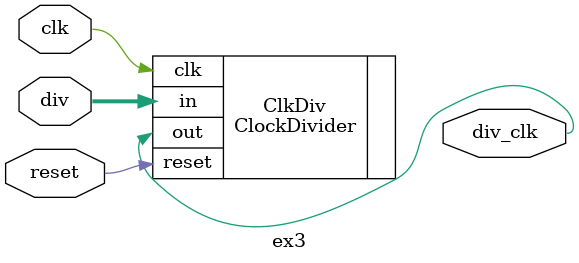
<source format=v>
module ex3 (
    input wire clk,reset,
	 input wire [1:0] div,          // input
    output wire div_clk);     // Output divided clock


ClockDivider ClkDiv (.clk(clk),.reset(reset),.in(div[1:0]),.out(div_clk));

endmodule

</source>
